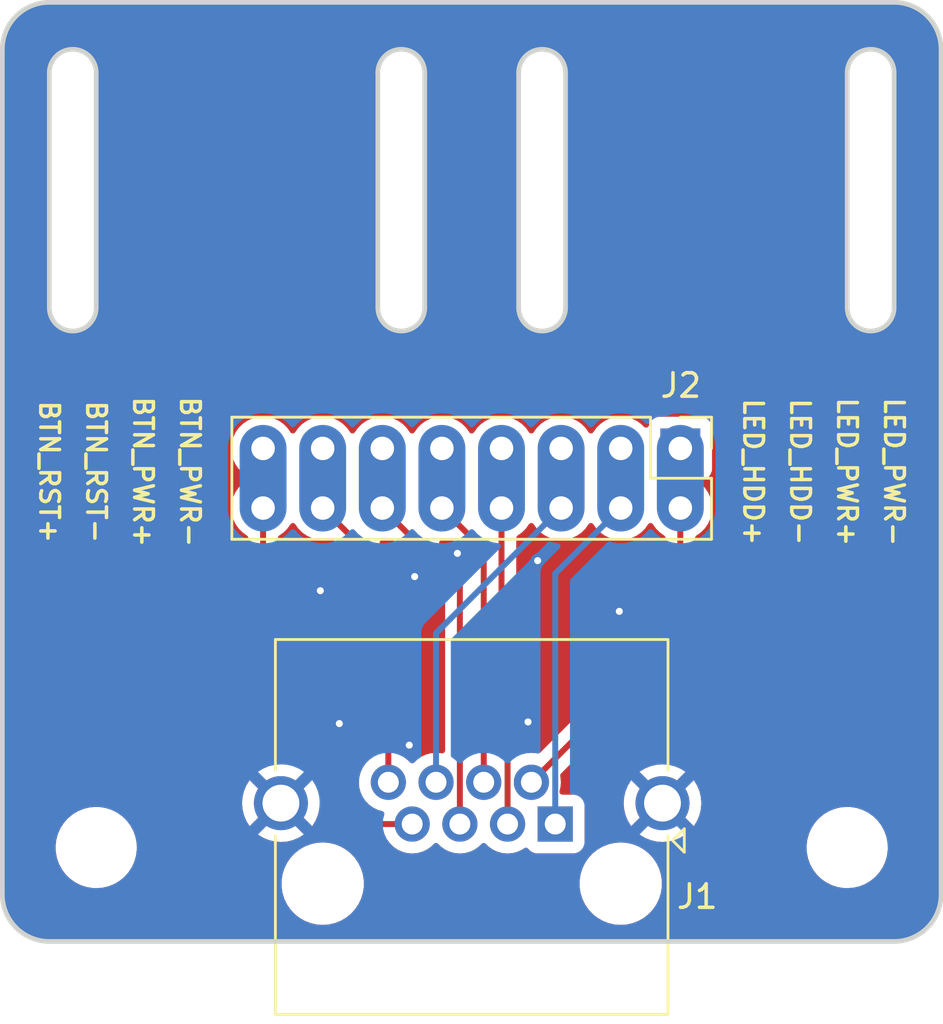
<source format=kicad_pcb>
(kicad_pcb (version 20221018) (generator pcbnew)
  (layers (0 "F.Cu" signal) (31 "B.Cu" signal) (34 "B.Paste" user) (35 "F.Paste" user) (36 "B.SilkS" user "B.Silkscreen") (37 "F.SilkS" user "F.Silkscreen") (38 "B.Mask" user) (39 "F.Mask" user) (44 "Edge.Cuts" user))
  (net 0 "")
  (net 1 "/LED_PWR+")
  (net 2 "/LED_PWR-")
  (net 3 "/LED_HDD+")
  (net 4 "/BTN_PWR-")
  (net 5 "/BTN_PWR+")
  (net 6 "/LED_HDD-")
  (net 7 "/BTN_RST+")
  (net 8 "/BTN_RST-")
  (net 9 "GND")
  (footprint "MountingHole:MountingHole_3.2mm_M3" (layer "F.Cu") (at 133.54 111.03)
    (fp_text reference "REF**" hide)
    (fp_text value "MountingHole_3.2mm_M3" hide)
    (pad "" np_thru_hole circle (at 0 0) (size 3.2 3.2) (drill 3.2) (layers "*.Cu" "*.Mask"))
  )
  (footprint "Connector_RJ:RJ45_Amphenol_RJHSE5380" (layer "F.Cu") (at 153.1 110.03 180)
    (fp_text reference "J1" (at -6.05 -3.09) (layer "F.SilkS"))
    (fp_text value "RJ41_Shielded")
    (fp_line (start -5.5 -1.2) (end -5 -0.7) (stroke (width 0.12)) (layer "F.SilkS"))
    (fp_line (start -5.5 -0.2) (end -5.5 -1.2) (stroke (width 0.12)) (layer "F.SilkS"))
    (fp_line (start -5 -0.7) (end -5.5 -0.2) (stroke (width 0.12)) (layer "F.SilkS"))
    (fp_line (start -4.805 -8.11) (end -4.805 -0.5) (stroke (width 0.12)) (layer "F.SilkS"))
    (fp_line (start -4.805 7.86) (end -4.805 2.3) (stroke (width 0.12)) (layer "F.SilkS"))
    (fp_line (start -4.76 -8.11) (end 11.88 -8.11) (stroke (width 0.12)) (layer "F.SilkS"))
    (fp_line (start -4.76 7.86) (end 11.925 7.86) (stroke (width 0.12)) (layer "F.SilkS"))
    (fp_line (start 11.925 -8.11) (end 11.925 -0.5) (stroke (width 0.12)) (layer "F.SilkS"))
    (fp_line (start 11.925 7.86) (end 11.925 2.3) (stroke (width 0.12)) (layer "F.SilkS"))
    (pad "" np_thru_hole circle (at -2.79 -2.54 180) (size 3.25 3.25) (drill 3.25) (layers "*.Cu" "*.Mask"))
    (pad "" np_thru_hole circle (at 9.91 -2.54 180) (size 3.25 3.25) (drill 3.25) (layers "*.Cu" "*.Mask"))
    (pad "1" thru_hole rect (at 0 0 180) (size 1.5 1.5) (drill 0.89) (layers "*.Cu" "*.Mask") (net 1 "/LED_PWR+"))
    (pad "2" thru_hole circle (at 1.016 1.78 180) (size 1.5 1.5) (drill 0.89) (layers "*.Cu" "*.Mask") (net 2 "/LED_PWR-"))
    (pad "3" thru_hole circle (at 2.032 0 180) (size 1.5 1.5) (drill 0.89) (layers "*.Cu" "*.Mask") (net 3 "/LED_HDD+"))
    (pad "4" thru_hole circle (at 3.048 1.78 180) (size 1.5 1.5) (drill 0.89) (layers "*.Cu" "*.Mask") (net 4 "/BTN_PWR-"))
    (pad "5" thru_hole circle (at 4.064 0 180) (size 1.5 1.5) (drill 0.89) (layers "*.Cu" "*.Mask") (net 5 "/BTN_PWR+"))
    (pad "6" thru_hole circle (at 5.08 1.78 180) (size 1.5 1.5) (drill 0.89) (layers "*.Cu" "*.Mask") (net 6 "/LED_HDD-"))
    (pad "7" thru_hole circle (at 6.096 0 180) (size 1.5 1.5) (drill 0.89) (layers "*.Cu" "*.Mask") (net 7 "/BTN_RST+"))
    (pad "8" thru_hole circle (at 7.112 1.78 180) (size 1.5 1.5) (drill 0.89) (layers "*.Cu" "*.Mask") (net 8 "/BTN_RST-"))
    (pad "SH" thru_hole circle (at -4.57 0.89 180) (size 2.3 2.3) (drill 1.57) (layers "*.Cu" "*.Mask") (net 9 "GND"))
    (pad "SH" thru_hole circle (at 11.69 0.89 180) (size 2.3 2.3) (drill 1.57) (layers "*.Cu" "*.Mask") (net 9 "GND"))
  )
  (footprint "MountingHole:MountingHole_3.2mm_M3" (layer "F.Cu") (at 165.54 111.03)
    (fp_text reference "REF**" hide)
    (fp_text value "MountingHole_3.2mm_M3" hide)
    (pad "" np_thru_hole circle (at 0 0) (size 3.2 3.2) (drill 3.2) (layers "F&B.Cu" "*.Mask"))
  )
  (footprint "Connector_PinHeader_2.54mm:PinHeader_2x08_P2.54mm_Vertical" (layer "F.Cu") (at 158.43 94.03 -90)
    (fp_text reference "J2" (at -2.68 -0.02 -180) (layer "F.SilkS"))
    (fp_text value "Conn_02x08_Odd_Even")
    (fp_line (start -1.33 -1.33) (end 0 -1.33) (stroke (width 0.12)) (layer "F.SilkS"))
    (fp_line (start -1.33 0) (end -1.33 -1.33) (stroke (width 0.12)) (layer "F.SilkS"))
    (fp_line (start -1.33 1.27) (end -1.33 19.11) (stroke (width 0.12)) (layer "F.SilkS"))
    (fp_line (start -1.33 1.27) (end 1.27 1.27) (stroke (width 0.12)) (layer "F.SilkS"))
    (fp_line (start -1.33 19.11) (end 3.87 19.11) (stroke (width 0.12)) (layer "F.SilkS"))
    (fp_line (start 1.27 -1.33) (end 3.87 -1.33) (stroke (width 0.12)) (layer "F.SilkS"))
    (fp_line (start 1.27 1.27) (end 1.27 -1.33) (stroke (width 0.12)) (layer "F.SilkS"))
    (fp_line (start 3.87 -1.33) (end 3.87 19.11) (stroke (width 0.12)) (layer "F.SilkS"))
    (pad "1" thru_hole rect (at 0 0 270) (size 1.7 1.7) (drill 1) (layers "*.Cu" "*.Mask") (net 2 "/LED_PWR-"))
    (pad "2" thru_hole oval (at 2.54 0 270) (size 1.7 1.7) (drill 1) (layers "*.Cu" "*.Mask") (net 2 "/LED_PWR-"))
    (pad "3" thru_hole oval (at 0 2.54 270) (size 1.7 1.7) (drill 1) (layers "*.Cu" "*.Mask") (net 1 "/LED_PWR+"))
    (pad "4" thru_hole oval (at 2.54 2.54 270) (size 1.7 1.7) (drill 1) (layers "*.Cu" "*.Mask") (net 1 "/LED_PWR+"))
    (pad "5" thru_hole oval (at 0 5.08 270) (size 1.7 1.7) (drill 1) (layers "*.Cu" "*.Mask") (net 6 "/LED_HDD-"))
    (pad "6" thru_hole oval (at 2.54 5.08 270) (size 1.7 1.7) (drill 1) (layers "*.Cu" "*.Mask") (net 6 "/LED_HDD-"))
    (pad "7" thru_hole oval (at 0 7.62 270) (size 1.7 1.7) (drill 1) (layers "*.Cu" "*.Mask") (net 3 "/LED_HDD+"))
    (pad "8" thru_hole oval (at 2.54 7.62 270) (size 1.7 1.7) (drill 1) (layers "*.Cu" "*.Mask") (net 3 "/LED_HDD+"))
    (pad "9" thru_hole oval (at 0 10.16 270) (size 1.7 1.7) (drill 1) (layers "*.Cu" "*.Mask") (net 4 "/BTN_PWR-"))
    (pad "10" thru_hole oval (at 2.54 10.16 270) (size 1.7 1.7) (drill 1) (layers "*.Cu" "*.Mask") (net 4 "/BTN_PWR-"))
    (pad "11" thru_hole oval (at 0 12.7 270) (size 1.7 1.7) (drill 1) (layers "*.Cu" "*.Mask") (net 5 "/BTN_PWR+"))
    (pad "12" thru_hole oval (at 2.54 12.7 270) (size 1.7 1.7) (drill 1) (layers "*.Cu" "*.Mask") (net 5 "/BTN_PWR+"))
    (pad "13" thru_hole oval (at 0 15.24 270) (size 1.7 1.7) (drill 1) (layers "*.Cu" "*.Mask") (net 8 "/BTN_RST-"))
    (pad "14" thru_hole oval (at 2.54 15.24 270) (size 1.7 1.7) (drill 1) (layers "*.Cu" "*.Mask") (net 8 "/BTN_RST-"))
    (pad "15" thru_hole oval (at 0 17.78 270) (size 1.7 1.7) (drill 1) (layers "*.Cu" "*.Mask") (net 7 "/BTN_RST+"))
    (pad "16" thru_hole oval (at 2.54 17.78 270) (size 1.7 1.7) (drill 1) (layers "*.Cu" "*.Mask") (net 7 "/BTN_RST+"))
  )
  (gr_line (start 145.54 78.03) (end 145.54 88.03) (stroke (width 0.2)) (layer "Edge.Cuts"))
  (gr_line (start 129.54 113.03) (end 129.54 77.03) (stroke (width 0.2)) (layer "Edge.Cuts"))
  (gr_line (start 153.54 88.03) (end 153.54 78.03) (stroke (width 0.2)) (layer "Edge.Cuts"))
  (gr_arc (start 129.54 77.03) (mid 130.125786 75.615786) (end 131.54 75.03) (stroke (width 0.2)) (layer "Edge.Cuts"))
  (gr_line (start 151.54 78.03) (end 151.54 88.03) (stroke (width 0.2)) (layer "Edge.Cuts"))
  (gr_arc (start 169.54 113.03) (mid 168.954214 114.444214) (end 167.54 115.03) (stroke (width 0.2)) (layer "Edge.Cuts"))
  (gr_line (start 133.54 88.03) (end 133.54 78.03) (stroke (width 0.2)) (layer "Edge.Cuts"))
  (gr_line (start 165.54 78.03) (end 165.54 88.03) (stroke (width 0.2)) (layer "Edge.Cuts"))
  (gr_arc (start 131.54 115.03) (mid 130.125786 114.444214) (end 129.54 113.03) (stroke (width 0.2)) (layer "Edge.Cuts"))
  (gr_arc (start 167.54 88.03) (mid 166.54 89.03) (end 165.54 88.03) (stroke (width 0.2)) (layer "Edge.Cuts"))
  (gr_line (start 167.54 88.03) (end 167.54 78.03) (stroke (width 0.2)) (layer "Edge.Cuts"))
  (gr_arc (start 145.54 78.03) (mid 146.54 77.03) (end 147.54 78.03) (stroke (width 0.2)) (layer "Edge.Cuts"))
  (gr_line (start 131.54 115.03) (end 167.54 115.03) (stroke (width 0.2)) (layer "Edge.Cuts"))
  (gr_arc (start 153.54 88.03) (mid 152.54 89.03) (end 151.54 88.03) (stroke (width 0.2)) (layer "Edge.Cuts"))
  (gr_arc (start 165.54 78.03) (mid 166.54 77.03) (end 167.54 78.03) (stroke (width 0.2)) (layer "Edge.Cuts"))
  (gr_arc (start 151.54 78.03) (mid 152.54 77.03) (end 153.54 78.03) (stroke (width 0.2)) (layer "Edge.Cuts"))
  (gr_line (start 169.54 77.03) (end 169.54 113.03) (stroke (width 0.2)) (layer "Edge.Cuts"))
  (gr_line (start 147.54 88.03) (end 147.54 78.03) (stroke (width 0.2)) (layer "Edge.Cuts"))
  (gr_line (start 167.54 75.03) (end 131.54 75.03) (stroke (width 0.2)) (layer "Edge.Cuts"))
  (gr_arc (start 133.54 88.03) (mid 132.54 89.03) (end 131.54 88.03) (stroke (width 0.2)) (layer "Edge.Cuts"))
  (gr_arc (start 131.54 78.03) (mid 132.54 77.03) (end 133.54 78.03) (stroke (width 0.2)) (layer "Edge.Cuts"))
  (gr_line (start 131.54 78.03) (end 131.54 88.03) (stroke (width 0.2)) (layer "Edge.Cuts"))
  (gr_arc (start 167.54 75.03) (mid 168.954214 75.615786) (end 169.54 77.03) (stroke (width 0.2)) (layer "Edge.Cuts"))
  (gr_arc (start 147.54 88.03) (mid 146.54 89.03) (end 145.54 88.03) (stroke (width 0.2)) (layer "Edge.Cuts"))
  (gr_text "LED_HDD-" (at 163.54 95.03 -90) (layer "F.SilkS") (effects (font (size 0.8 0.8) (thickness 0.15) bold)))
  (gr_text "LED_PWR+" (at 165.54 95.03 -90) (layer "F.SilkS") (effects (font (size 0.8 0.8) (thickness 0.15) bold)))
  (gr_text "BTN_PWR+" (at 135.54 95.03 -90) (layer "F.SilkS") (effects (font (size 0.8 0.8) (thickness 0.15) bold)))
  (gr_text "LED_PWR-" (at 167.54 95.03 -90) (layer "F.SilkS") (effects (font (size 0.8 0.8) (thickness 0.15) bold)))
  (gr_text "LED_HDD+" (at 161.54 95.03 -90) (layer "F.SilkS") (effects (font (size 0.8 0.8) (thickness 0.15) bold)))
  (gr_text "BTN_RST-" (at 133.54 95.03 -90) (layer "F.SilkS") (effects (font (size 0.8 0.8) (thickness 0.15) bold)))
  (gr_text "BTN_PWR-" (at 137.54 95.03 -90) (layer "F.SilkS") (effects (font (size 0.8 0.8) (thickness 0.15) bold)))
  (gr_text "BTN_RST+" (at 131.54 95.03 -90) (layer "F.SilkS") (effects (font (size 0.8 0.8) (thickness 0.15) bold)))
  (segment (start 155.89 94.03) (end 155.89 96.57) (width 2) (layer "B.Cu") (net 1))
  (segment (start 153.1 110.03) (end 153.1 99.36) (width 0.254) (layer "B.Cu") (net 1))
  (segment (start 153.1 99.36) (end 155.89 96.57) (width 0.254) (layer "B.Cu") (net 1))
  (segment (start 158.43 101.904) (end 158.43 96.57) (width 0.254) (layer "F.Cu") (net 2))
  (segment (start 152.084 108.25) (end 158.43 101.904) (width 0.254) (layer "F.Cu") (net 2))
  (segment (start 158.43 94.03) (end 158.43 96.57) (width 2) (layer "B.Cu") (net 2))
  (segment (start 150.81 107.01) (end 150.81 96.57) (width 0.254) (layer "F.Cu") (net 3))
  (segment (start 151.068 110.03) (end 151.068 107.268) (width 0.254) (layer "F.Cu") (net 3))
  (segment (start 151.068 107.268) (end 150.81 107.01) (width 0.254) (layer "F.Cu") (net 3))
  (segment (start 150.81 94.03) (end 150.81 96.57) (width 2) (layer "B.Cu") (net 3))
  (segment (start 150.052 108.25) (end 150.052 98.352) (width 0.254) (layer "F.Cu") (net 4))
  (segment (start 150.052 98.352) (end 148.27 96.57) (width 0.254) (layer "F.Cu") (net 4))
  (segment (start 148.27 94.03) (end 148.27 96.57) (width 2) (layer "B.Cu") (net 4))
  (segment (start 149.036 99.876) (end 145.73 96.57) (width 0.254) (layer "F.Cu") (net 5))
  (segment (start 149.036 110.03) (end 149.036 99.876) (width 0.254) (layer "F.Cu") (net 5))
  (segment (start 145.73 94.03) (end 145.73 96.57) (width 2) (layer "B.Cu") (net 5))
  (segment (start 148.02 101.9) (end 153.35 96.57) (width 0.254) (layer "B.Cu") (net 6))
  (segment (start 148.02 108.25) (end 148.02 101.9) (width 0.254) (layer "B.Cu") (net 6))
  (segment (start 153.35 94.03) (end 153.35 96.57) (width 2) (layer "B.Cu") (net 6))
  (segment (start 145.17 110.03) (end 140.65 105.51) (width 0.254) (layer "F.Cu") (net 7))
  (segment (start 147.004 110.03) (end 145.17 110.03) (width 0.254) (layer "F.Cu") (net 7))
  (segment (start 140.65 105.51) (end 140.65 96.57) (width 0.254) (layer "F.Cu") (net 7))
  (segment (start 140.65 94.03) (end 140.65 96.57) (width 2) (layer "B.Cu") (net 7))
  (segment (start 145.988 99.368) (end 143.19 96.57) (width 0.254) (layer "F.Cu") (net 8))
  (segment (start 145.988 108.25) (end 145.988 99.368) (width 0.254) (layer "F.Cu") (net 8))
  (segment (start 143.19 94.03) (end 143.19 96.57) (width 2) (layer "B.Cu") (net 8))
  (via (at 155.83 100.97) (size 0.6) (drill 0.3) (layers "F.Cu" "B.Cu") (net 9))
  (via (at 147.11 99.49) (size 0.6) (drill 0.3) (layers "F.Cu" "B.Cu") (net 9))
  (via (at 146.88 106.67) (size 0.6) (drill 0.3) (layers "F.Cu" "B.Cu") (net 9))
  (via (at 152.35 98.81) (size 0.6) (drill 0.3) (layers "F.Cu" "B.Cu") (net 9))
  (via (at 143.09 100.09) (size 0.6) (drill 0.3) (layers "F.Cu" "B.Cu") (net 9))
  (via (at 151.94 105.68) (size 0.6) (drill 0.3) (layers "F.Cu" "B.Cu") (net 9))
  (via (at 143.9 105.75) (size 0.6) (drill 0.3) (layers "F.Cu" "B.Cu") (net 9))
  (via (at 148.93 98.5) (size 0.6) (drill 0.3) (layers "F.Cu" "B.Cu") (net 9))
  (zone (net 9) (net_name "GND") (layers "F&B.Cu") (connect_pads (clearance 0.5)) (min_thickness 0.25) (fill yes (thermal_gap 0.5) (thermal_bridge_width 0.5))
    (polygon (pts (xy 129.54 75.03) (xy 169.54 75.03) (xy 169.54 115.03) (xy 129.54 115.03)))
  )
)
</source>
